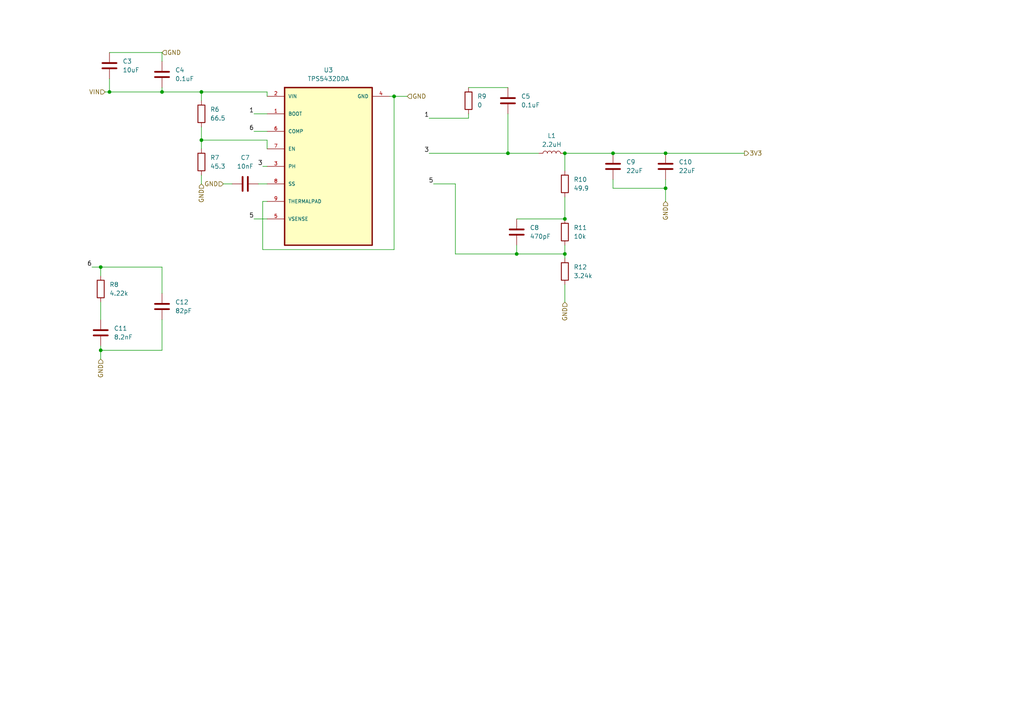
<source format=kicad_sch>
(kicad_sch (version 20250114) (generator "eeschema") (generator_version "9.0")
  (paper "A4")
  (lib_symbols
    (symbol "Device:C" (pin_numbers (hide yes)) (pin_names (offset 0.254))
      (property "Reference" "C" (at 0.635 2.54 0))
      (property "Value" "C" (at 0.635 -2.54 0))
      (symbol "C_0_1"
        (polyline (pts (xy -2.032 0.762) (xy 2.032 0.762)) (stroke (width 0.508)))
        (polyline (pts (xy -2.032 -0.762) (xy 2.032 -0.762)) (stroke (width 0.508)))
      )
      (symbol "C_1_1"
        (pin passive line (at 0 3.81 270) (length 2.794) (name "~") (number "1"))
        (pin passive line (at 0 -3.81 90) (length 2.794) (name "~") (number "2"))
      )
    )
    (symbol "Device:L" (pin_numbers (hide yes)) (pin_names (offset 1.016) (hide yes))
      (property "Reference" "L" (at -1.27 0 90))
      (property "Value" "L" (at 1.905 0 90))
      (symbol "L_0_1"
        (arc (start 0 2.54) (mid 0.6323 1.905) (end 0 1.27))
        (arc (start 0 1.27) (mid 0.6323 0.635) (end 0 0))
        (arc (start 0 0) (mid 0.6323 -0.635) (end 0 -1.27))
        (arc (start 0 -1.27) (mid 0.6323 -1.905) (end 0 -2.54))
      )
      (symbol "L_1_1"
        (pin passive line (at 0 3.81 270) (length 1.27) (name "1") (number "1"))
        (pin passive line (at 0 -3.81 90) (length 1.27) (name "2") (number "2"))
      )
    )
    (symbol "Device:R" (pin_numbers (hide yes)) (pin_names (offset 0))
      (property "Reference" "R" (at 2.032 0 90))
      (property "Value" "R" (at 0 0 90))
      (symbol "R_0_1"
        (rectangle (start -1.016 -2.54) (end 1.016 2.54) (stroke (width 0.254)))
      )
      (symbol "R_1_1"
        (pin passive line (at 0 3.81 270) (length 1.27) (name "~") (number "1"))
        (pin passive line (at 0 -3.81 90) (length 1.27) (name "~") (number "2"))
      )
    )
    (symbol "TPS5432DDA:TPS5432DDA" (pin_names (offset 1.016))
      (property "Reference" "U" (at -12.7 23.86 0))
      (property "Value" "TPS5432DDA" (at -12.7 -26.86 0))
      (symbol "TPS5432DDA_0_0"
        (rectangle (start -12.7 -22.86) (end 12.7 22.86) (stroke (width 0.41)) (fill (type background)))
        (pin input line (at -17.78 20.32 0) (length 5.08) (name "VIN") (number "2"))
        (pin bidirectional line (at -17.78 15.24 0) (length 5.08) (name "BOOT") (number "1"))
        (pin bidirectional line (at -17.78 10.16 0) (length 5.08) (name "COMP") (number "6"))
        (pin bidirectional line (at -17.78 5.08 0) (length 5.08) (name "EN") (number "7"))
        (pin bidirectional line (at -17.78 0 0) (length 5.08) (name "PH") (number "3"))
        (pin bidirectional line (at -17.78 -5.08 0) (length 5.08) (name "SS") (number "8"))
        (pin bidirectional line (at -17.78 -10.16 0) (length 5.08) (name "THERMALPAD") (number "9"))
        (pin bidirectional line (at -17.78 -15.24 0) (length 5.08) (name "VSENSE") (number "5"))
        (pin power_in line (at 17.78 20.32 180) (length 5.08) (name "GND") (number "4"))
      )
    )
  )
  (junction (at 163.83 44.45))
  (junction (at 149.86 73.66))
  (junction (at 29.21 101.6))
  (junction (at 193.04 54.61))
  (junction (at 193.04 44.45))
  (junction (at 147.32 44.45))
  (junction (at 163.83 63.5))
  (junction (at 58.42 40.64))
  (junction (at 114.3 27.94))
  (junction (at 29.21 77.47))
  (junction (at 58.42 26.67))
  (junction (at 31.75 26.67))
  (junction (at 46.99 26.67))
  (junction (at 163.83 73.66))
  (junction (at 177.8 44.45))
  (wire (pts (xy 132.08 73.66) (xy 149.86 73.66)))
  (wire (pts (xy 58.42 26.67) (xy 58.42 29.21)))
  (wire (pts (xy 58.42 26.67) (xy 77.47 26.67)))
  (wire (pts (xy 125.73 53.34) (xy 132.08 53.34)))
  (wire (pts (xy 46.99 26.67) (xy 58.42 26.67)))
  (wire (pts (xy 29.21 101.6) (xy 29.21 104.14)))
  (wire (pts (xy 163.83 71.12) (xy 163.83 73.66)))
  (wire (pts (xy 46.99 15.24) (xy 46.99 17.78)))
  (wire (pts (xy 132.08 53.34) (xy 132.08 73.66)))
  (wire (pts (xy 147.32 33.02) (xy 147.32 44.45)))
  (wire (pts (xy 29.21 100.33) (xy 29.21 101.6)))
  (wire (pts (xy 163.83 44.45) (xy 163.83 49.53)))
  (wire (pts (xy 124.46 34.29) (xy 135.89 34.29)))
  (wire (pts (xy 31.75 15.24) (xy 46.99 15.24)))
  (wire (pts (xy 114.3 27.94) (xy 118.11 27.94)))
  (wire (pts (xy 147.32 44.45) (xy 156.21 44.45)))
  (wire (pts (xy 29.21 77.47) (xy 29.21 80.01)))
  (wire (pts (xy 58.42 40.64) (xy 58.42 43.18)))
  (wire (pts (xy 58.42 50.8) (xy 58.42 53.34)))
  (wire (pts (xy 77.47 26.67) (xy 77.47 27.94)))
  (wire (pts (xy 76.2 72.39) (xy 114.3 72.39)))
  (wire (pts (xy 58.42 40.64) (xy 77.47 40.64)))
  (wire (pts (xy 124.46 44.45) (xy 147.32 44.45)))
  (wire (pts (xy 163.83 57.15) (xy 163.83 63.5)))
  (wire (pts (xy 76.2 58.42) (xy 76.2 72.39)))
  (wire (pts (xy 74.93 53.34) (xy 77.47 53.34)))
  (wire (pts (xy 46.99 25.4) (xy 46.99 26.67)))
  (wire (pts (xy 46.99 92.71) (xy 46.99 101.6)))
  (wire (pts (xy 26.67 77.47) (xy 29.21 77.47)))
  (wire (pts (xy 114.3 72.39) (xy 114.3 27.94)))
  (wire (pts (xy 193.04 54.61) (xy 193.04 58.42)))
  (wire (pts (xy 73.66 33.02) (xy 77.47 33.02)))
  (wire (pts (xy 193.04 44.45) (xy 215.9 44.45)))
  (wire (pts (xy 135.89 25.4) (xy 147.32 25.4)))
  (wire (pts (xy 113.03 27.94) (xy 114.3 27.94)))
  (wire (pts (xy 46.99 77.47) (xy 29.21 77.47)))
  (wire (pts (xy 149.86 73.66) (xy 163.83 73.66)))
  (wire (pts (xy 77.47 40.64) (xy 77.47 43.18)))
  (wire (pts (xy 77.47 58.42) (xy 76.2 58.42)))
  (wire (pts (xy 177.8 44.45) (xy 193.04 44.45)))
  (wire (pts (xy 31.75 22.86) (xy 31.75 26.67)))
  (wire (pts (xy 135.89 34.29) (xy 135.89 33.02)))
  (wire (pts (xy 58.42 36.83) (xy 58.42 40.64)))
  (wire (pts (xy 177.8 54.61) (xy 193.04 54.61)))
  (wire (pts (xy 73.66 38.1) (xy 77.47 38.1)))
  (wire (pts (xy 31.75 26.67) (xy 46.99 26.67)))
  (wire (pts (xy 30.48 26.67) (xy 31.75 26.67)))
  (wire (pts (xy 163.83 73.66) (xy 163.83 74.93)))
  (wire (pts (xy 46.99 101.6) (xy 29.21 101.6)))
  (wire (pts (xy 76.2 48.26) (xy 77.47 48.26)))
  (wire (pts (xy 73.66 63.5) (xy 77.47 63.5)))
  (wire (pts (xy 46.99 85.09) (xy 46.99 77.47)))
  (wire (pts (xy 177.8 52.07) (xy 177.8 54.61)))
  (wire (pts (xy 64.77 53.34) (xy 67.31 53.34)))
  (wire (pts (xy 149.86 71.12) (xy 149.86 73.66)))
  (wire (pts (xy 193.04 52.07) (xy 193.04 54.61)))
  (wire (pts (xy 149.86 63.5) (xy 163.83 63.5)))
  (wire (pts (xy 163.83 82.55) (xy 163.83 87.63)))
  (wire (pts (xy 163.83 44.45) (xy 177.8 44.45)))
  (wire (pts (xy 29.21 87.63) (xy 29.21 92.71)))
  (label "5" (at 125.73 53.34 180))
  (label "1" (at 73.66 33.02 180))
  (label "3" (at 76.2 48.26 180))
  (label "3" (at 124.46 44.45 180))
  (label "6" (at 73.66 38.1 180))
  (label "6" (at 26.67 77.47 180))
  (label "1" (at 124.46 34.29 180))
  (label "5" (at 73.66 63.5 180))
  (hierarchical_label "GND" (shape input) (at 29.21 104.14 270))
  (hierarchical_label "GND" (shape input) (at 193.04 58.42 270))
  (hierarchical_label "GND" (shape input) (at 46.99 15.24 0))
  (hierarchical_label "GND" (shape input) (at 118.11 27.94 0))
  (hierarchical_label "VIN" (shape input) (at 30.48 26.67 180))
  (hierarchical_label "GND" (shape input) (at 58.42 53.34 270))
  (hierarchical_label "GND" (shape input) (at 163.83 87.63 270))
  (hierarchical_label "GND" (shape input) (at 64.77 53.34 180))
  (hierarchical_label "3V3" (shape output) (at 215.9 44.45 0))
  (symbol (lib_id "Device:R") (at 29.21 83.82 0) (unit 1)
    (property "Reference" "R8" (at 31.75 82.5499 0) (effects (justify left)))
    (property "Value" "4.22k" (at 31.75 85.0899 0) (effects (justify left)))
    (property "Footprint" "Resistor_SMD:R_1206_3216Metric" (effects (hide yes)))
    (property "Description" "Resistor" (effects (hide yes)))
  )
  (symbol (lib_id "Device:C") (at 193.04 48.26 180) (unit 1)
    (property "Reference" "C10" (at 196.85 46.9899 0) (effects (justify right)))
    (property "Value" "22uF" (at 196.85 49.5299 0) (effects (justify right)))
    (property "Footprint" "Capacitor_SMD:C_1206_3216Metric" (effects (hide yes)))
    (property "Description" "Unpolarized capacitor" (effects (hide yes)))
  )
  (symbol (lib_id "Device:C") (at 177.8 48.26 180) (unit 1)
    (property "Reference" "C9" (at 181.61 46.9899 0) (effects (justify right)))
    (property "Value" "22uF" (at 181.61 49.5299 0) (effects (justify right)))
    (property "Footprint" "Capacitor_SMD:C_1206_3216Metric" (effects (hide yes)))
    (property "Description" "Unpolarized capacitor" (effects (hide yes)))
  )
  (symbol (lib_id "Device:R") (at 135.89 29.21 0) (unit 1)
    (property "Reference" "R9" (at 138.43 27.9399 0) (effects (justify left)))
    (property "Value" "0" (at 138.43 30.4799 0) (effects (justify left)))
    (property "Footprint" "Resistor_SMD:R_1206_3216Metric" (effects (hide yes)))
    (property "Description" "Resistor" (effects (hide yes)))
  )
  (symbol (lib_id "Device:C") (at 46.99 88.9 0) (unit 1)
    (property "Reference" "C12" (at 50.8 87.6299 0) (effects (justify left)))
    (property "Value" "82pF" (at 50.8 90.1699 0) (effects (justify left)))
    (property "Footprint" "Capacitor_SMD:C_1206_3216Metric" (effects (hide yes)))
    (property "Description" "Unpolarized capacitor" (effects (hide yes)))
  )
  (symbol (lib_id "Device:R") (at 163.83 78.74 0) (unit 1)
    (property "Reference" "R12" (at 166.37 77.4699 0) (effects (justify left)))
    (property "Value" "3.24k" (at 166.37 80.0099 0) (effects (justify left)))
    (property "Footprint" "Resistor_SMD:R_1206_3216Metric" (effects (hide yes)))
    (property "Description" "Resistor" (effects (hide yes)))
  )
  (symbol (lib_id "Device:R") (at 58.42 33.02 0) (unit 1)
    (property "Reference" "R6" (at 60.96 31.7499 0) (effects (justify left)))
    (property "Value" "66.5" (at 60.96 34.2899 0) (effects (justify left)))
    (property "Footprint" "Resistor_SMD:R_1206_3216Metric" (effects (hide yes)))
    (property "Description" "Resistor" (effects (hide yes)))
  )
  (symbol (lib_id "Device:R") (at 58.42 46.99 0) (unit 1)
    (property "Reference" "R7" (at 60.96 45.7199 0) (effects (justify left)))
    (property "Value" "45.3" (at 60.96 48.2599 0) (effects (justify left)))
    (property "Footprint" "Resistor_SMD:R_1206_3216Metric" (effects (hide yes)))
    (property "Description" "Resistor" (effects (hide yes)))
  )
  (symbol (lib_id "Device:C") (at 29.21 96.52 0) (unit 1)
    (property "Reference" "C11" (at 33.02 95.2499 0) (effects (justify left)))
    (property "Value" "8.2nF" (at 33.02 97.7899 0) (effects (justify left)))
    (property "Footprint" "Capacitor_SMD:C_1206_3216Metric" (effects (hide yes)))
    (property "Description" "Unpolarized capacitor" (effects (hide yes)))
  )
  (symbol (lib_id "Device:R") (at 163.83 67.31 0) (unit 1)
    (property "Reference" "R11" (at 166.37 66.0399 0) (effects (justify left)))
    (property "Value" "10k" (at 166.37 68.5799 0) (effects (justify left)))
    (property "Footprint" "Resistor_SMD:R_1206_3216Metric" (effects (hide yes)))
    (property "Description" "Resistor" (effects (hide yes)))
  )
  (symbol (lib_id "Device:R") (at 163.83 53.34 0) (unit 1)
    (property "Reference" "R10" (at 166.37 52.0699 0) (effects (justify left)))
    (property "Value" "49.9" (at 166.37 54.6099 0) (effects (justify left)))
    (property "Footprint" "Resistor_SMD:R_1206_3216Metric" (effects (hide yes)))
    (property "Description" "Resistor" (effects (hide yes)))
  )
  (symbol (lib_id "Device:C") (at 46.99 21.59 0) (unit 1)
    (property "Reference" "C4" (at 50.8 20.3199 0) (effects (justify left)))
    (property "Value" "0.1uF" (at 50.8 22.8599 0) (effects (justify left)))
    (property "Footprint" "Capacitor_SMD:C_1206_3216Metric" (effects (hide yes)))
    (property "Description" "Unpolarized capacitor" (effects (hide yes)))
  )
  (symbol (lib_id "Device:L") (at 160.02 44.45 90) (unit 1)
    (property "Reference" "L1" (at 160.02 39.37 90))
    (property "Value" "2.2uH" (at 160.02 41.91 90))
    (property "Footprint" "Inductor_SMD:L_1206_3216Metric" (effects (hide yes)))
    (property "Description" "Inductor" (effects (hide yes)))
  )
  (symbol (lib_id "Device:C") (at 71.12 53.34 90) (unit 1)
    (property "Reference" "C7" (at 71.12 45.72 90))
    (property "Value" "10nF" (at 71.12 48.26 90))
    (property "Footprint" "Capacitor_SMD:C_1206_3216Metric" (effects (hide yes)))
    (property "Description" "Unpolarized capacitor" (effects (hide yes)))
  )
  (symbol (lib_id "Device:C") (at 31.75 19.05 0) (unit 1)
    (property "Reference" "C3" (at 35.56 17.7799 0) (effects (justify left)))
    (property "Value" "10uF" (at 35.56 20.3199 0) (effects (justify left)))
    (property "Footprint" "Capacitor_SMD:C_1206_3216Metric" (effects (hide yes)))
    (property "Description" "Unpolarized capacitor" (effects (hide yes)))
  )
  (symbol (lib_id "Device:C") (at 147.32 29.21 180) (unit 1)
    (property "Reference" "C5" (at 151.13 27.9399 0) (effects (justify right)))
    (property "Value" "0.1uF" (at 151.13 30.4799 0) (effects (justify right)))
    (property "Footprint" "Capacitor_SMD:C_1206_3216Metric" (effects (hide yes)))
    (property "Description" "Unpolarized capacitor" (effects (hide yes)))
  )
  (symbol (lib_id "Device:C") (at 149.86 67.31 180) (unit 1)
    (property "Reference" "C8" (at 153.67 66.0399 0) (effects (justify right)))
    (property "Value" "470pF" (at 153.67 68.5799 0) (effects (justify right)))
    (property "Footprint" "Capacitor_SMD:C_1206_3216Metric" (effects (hide yes)))
    (property "Description" "Unpolarized capacitor" (effects (hide yes)))
  )
  (symbol (lib_id "TPS5432DDA:TPS5432DDA") (at 95.25 48.26 0) (unit 1)
    (property "Reference" "U3" (at 95.25 20.32 0))
    (property "Value" "TPS5432DDA" (at 95.25 22.86 0))
    (property "Footprint" "TPS5432DDAR:DDA_R-PDSO-G8_TEX" (effects (hide yes)))
    (property "MF" "Texas Instruments" (effects (hide yes)))
    (property "Description_1" "2.95V to 6V Input, 3A Synchronous Step-Down Converter" (effects (hide yes)))
    (property "Package" "HSOIC-8 Texas Instruments" (effects (hide yes)))
    (property "Price" "None" (effects (hide yes)))
    (property "Check_prices" "https://www.snapeda.com/parts/TPS5432DDA/Texas+Instruments/view-part/?ref=eda" (effects (hide yes)))
    (property "SnapEDA_Link" "https://www.snapeda.com/parts/TPS5432DDA/Texas+Instruments/view-part/?ref=snap" (effects (hide yes)))
    (property "MP" "TPS5432DDA" (effects (hide yes)))
    (property "Availability" "In Stock" (effects (hide yes)))
    (property "Manufacturer" "Texas Instruments" (effects (hide yes)))
  )
)
</source>
